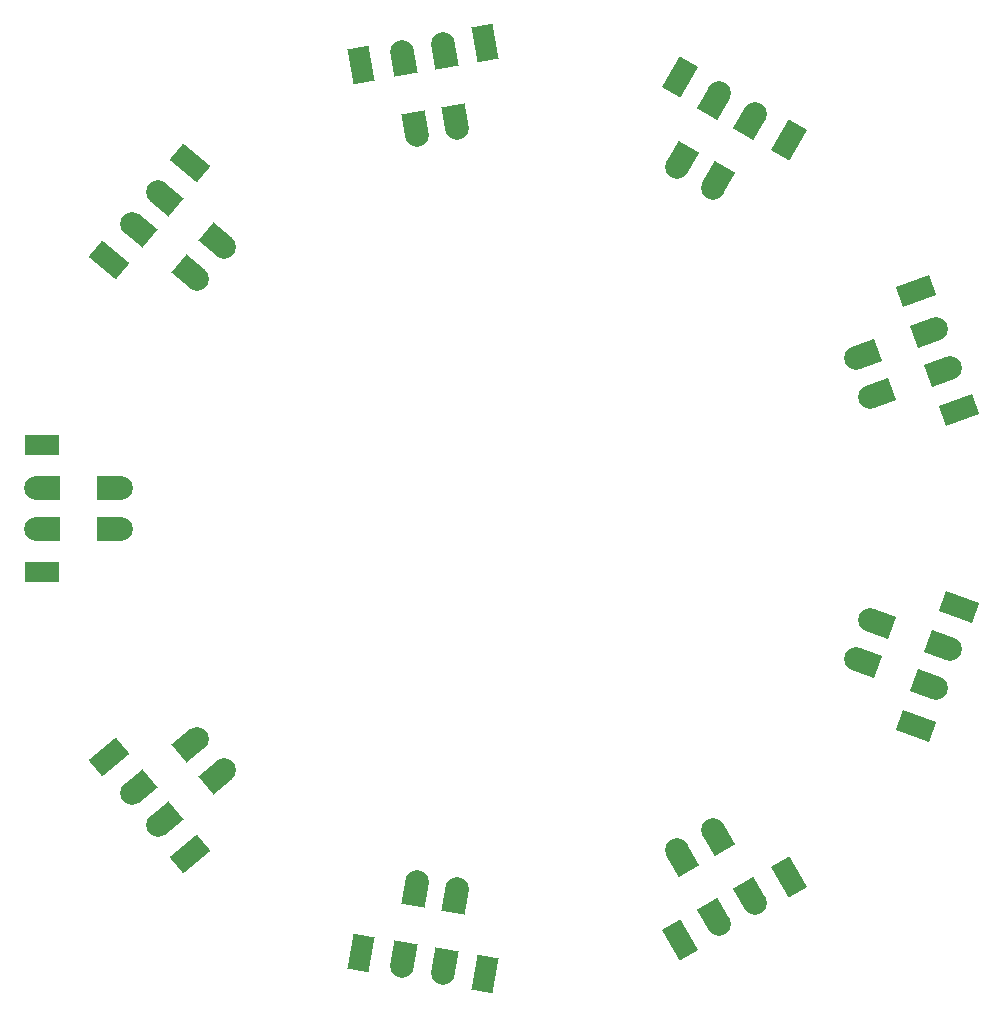
<source format=gbp>
G04*
G04 #@! TF.GenerationSoftware,Altium Limited,Altium Designer,21.7.2 (23)*
G04*
G04 Layer_Color=128*
%FSAX44Y44*%
%MOMM*%
G71*
G04*
G04 #@! TF.SameCoordinates,6A2E0322-7107-4E3D-A325-FA69C079B63E*
G04*
G04*
G04 #@! TF.FilePolarity,Positive*
G04*
G01*
G75*
G04:AMPARAMS|DCode=16|XSize=3mm|YSize=1.8mm|CornerRadius=0mm|HoleSize=0mm|Usage=FLASHONLY|Rotation=160.000|XOffset=0mm|YOffset=0mm|HoleType=Round|Shape=Rectangle|*
%AMROTATEDRECTD16*
4,1,4,1.7174,0.3327,1.1017,-1.3588,-1.7174,-0.3327,-1.1017,1.3588,1.7174,0.3327,0.0*
%
%ADD16ROTATEDRECTD16*%

%ADD17C,2.0000*%
%ADD18P,2.8284X4X205.0*%
G04:AMPARAMS|DCode=19|XSize=3mm|YSize=1.8mm|CornerRadius=0mm|HoleSize=0mm|Usage=FLASHONLY|Rotation=320.000|XOffset=0mm|YOffset=0mm|HoleType=Round|Shape=Rectangle|*
%AMROTATEDRECTD19*
4,1,4,-1.7276,0.2747,-0.5706,1.6536,1.7276,-0.2747,0.5706,-1.6536,-1.7276,0.2747,0.0*
%
%ADD19ROTATEDRECTD19*%

%ADD20P,2.8284X4X365.0*%
%ADD21R,3.0000X1.8000*%
%ADD22R,2.0000X2.0000*%
G04:AMPARAMS|DCode=23|XSize=3mm|YSize=1.8mm|CornerRadius=0mm|HoleSize=0mm|Usage=FLASHONLY|Rotation=40.000|XOffset=0mm|YOffset=0mm|HoleType=Round|Shape=Rectangle|*
%AMROTATEDRECTD23*
4,1,4,-0.5706,-1.6536,-1.7276,-0.2747,0.5706,1.6536,1.7276,0.2747,-0.5706,-1.6536,0.0*
%
%ADD23ROTATEDRECTD23*%

%ADD24P,2.8284X4X85.0*%
G04:AMPARAMS|DCode=25|XSize=3mm|YSize=1.8mm|CornerRadius=0mm|HoleSize=0mm|Usage=FLASHONLY|Rotation=120.000|XOffset=0mm|YOffset=0mm|HoleType=Round|Shape=Rectangle|*
%AMROTATEDRECTD25*
4,1,4,1.5294,-0.8490,-0.0294,-1.7490,-1.5294,0.8490,0.0294,1.7490,1.5294,-0.8490,0.0*
%
%ADD25ROTATEDRECTD25*%

%ADD26P,2.8284X4X165.0*%
G04:AMPARAMS|DCode=27|XSize=3mm|YSize=1.8mm|CornerRadius=0mm|HoleSize=0mm|Usage=FLASHONLY|Rotation=80.000|XOffset=0mm|YOffset=0mm|HoleType=Round|Shape=Rectangle|*
%AMROTATEDRECTD27*
4,1,4,0.6259,-1.6335,-1.1468,-1.3209,-0.6259,1.6335,1.1468,1.3209,0.6259,-1.6335,0.0*
%
%ADD27ROTATEDRECTD27*%

%ADD28P,2.8284X4X125.0*%
G04:AMPARAMS|DCode=29|XSize=3mm|YSize=1.8mm|CornerRadius=0mm|HoleSize=0mm|Usage=FLASHONLY|Rotation=280.000|XOffset=0mm|YOffset=0mm|HoleType=Round|Shape=Rectangle|*
%AMROTATEDRECTD29*
4,1,4,-1.1468,1.3209,0.6259,1.6335,1.1468,-1.3209,-0.6259,-1.6335,-1.1468,1.3209,0.0*
%
%ADD29ROTATEDRECTD29*%

%ADD30P,2.8284X4X325.0*%
G04:AMPARAMS|DCode=31|XSize=3mm|YSize=1.8mm|CornerRadius=0mm|HoleSize=0mm|Usage=FLASHONLY|Rotation=240.000|XOffset=0mm|YOffset=0mm|HoleType=Round|Shape=Rectangle|*
%AMROTATEDRECTD31*
4,1,4,-0.0294,1.7490,1.5294,0.8490,0.0294,-1.7490,-1.5294,-0.8490,-0.0294,1.7490,0.0*
%
%ADD31ROTATEDRECTD31*%

%ADD32P,2.8284X4X285.0*%
G04:AMPARAMS|DCode=33|XSize=3mm|YSize=1.8mm|CornerRadius=0mm|HoleSize=0mm|Usage=FLASHONLY|Rotation=200.000|XOffset=0mm|YOffset=0mm|HoleType=Round|Shape=Rectangle|*
%AMROTATEDRECTD33*
4,1,4,1.1017,1.3588,1.7174,-0.3327,-1.1017,-1.3588,-1.7174,0.3327,1.1017,1.3588,0.0*
%
%ADD33ROTATEDRECTD33*%

%ADD34P,2.8284X4X245.0*%
D16*
X00789122Y00253997D02*
D03*
X00825718Y00354544D02*
D03*
D17*
X00738475Y00310741D02*
D03*
X00750446Y00343630D02*
D03*
X00806133Y00286115D02*
D03*
X00818104Y00319005D02*
D03*
X00203050Y00659669D02*
D03*
X00180553Y00632858D02*
D03*
X00147895Y00705950D02*
D03*
X00125398Y00679138D02*
D03*
X00116000Y00455500D02*
D03*
X00116000Y00420500D02*
D03*
X00044000Y00455500D02*
D03*
X00044000Y00420500D02*
D03*
X00203050Y00216331D02*
D03*
X00180553Y00243142D02*
D03*
X00147895Y00170051D02*
D03*
X00125398Y00196862D02*
D03*
X00617155Y00166158D02*
D03*
X00586845Y00148658D02*
D03*
X00653155Y00103804D02*
D03*
X00622845Y00086304D02*
D03*
X00366504Y00121961D02*
D03*
X00400972Y00115883D02*
D03*
X00354001Y00051055D02*
D03*
X00388469Y00044977D02*
D03*
X00366504Y00754039D02*
D03*
X00400972Y00760117D02*
D03*
X00354001Y00824945D02*
D03*
X00388469Y00831023D02*
D03*
X00617155Y00709842D02*
D03*
X00586845Y00727342D02*
D03*
X00653156Y00772196D02*
D03*
X00622845Y00789696D02*
D03*
X00738475Y00565259D02*
D03*
X00750446Y00532370D02*
D03*
X00806133Y00589884D02*
D03*
X00818104Y00556995D02*
D03*
D18*
X00747872Y00307321D02*
D03*
X00759843Y00340210D02*
D03*
X00796736Y00289536D02*
D03*
X00808707Y00322425D02*
D03*
D19*
X00174866Y00730313D02*
D03*
X00106088Y00648347D02*
D03*
D20*
X00195390Y00666097D02*
D03*
X00172892Y00639285D02*
D03*
X00155556Y00699522D02*
D03*
X00133058Y00672710D02*
D03*
D21*
X00049000Y00491500D02*
D03*
X00049000Y00384500D02*
D03*
D22*
X00106000Y00455500D02*
D03*
X00106000Y00420500D02*
D03*
X00054000Y00455500D02*
D03*
Y00420500D02*
D03*
D23*
X00174866Y00145687D02*
D03*
X00106088Y00227653D02*
D03*
D24*
X00195390Y00209903D02*
D03*
X00172892Y00236715D02*
D03*
X00155556Y00176478D02*
D03*
X00133058Y00203290D02*
D03*
D25*
X00681832Y00126134D02*
D03*
X00589168Y00072634D02*
D03*
D26*
X00622155Y00157498D02*
D03*
X00591845Y00139998D02*
D03*
X00648156Y00112464D02*
D03*
X00617845Y00094964D02*
D03*
D27*
X00319416Y00062230D02*
D03*
X00424791Y00043650D02*
D03*
D28*
X00364767Y00112113D02*
D03*
X00399236Y00106035D02*
D03*
X00355738Y00060903D02*
D03*
X00390206Y00054825D02*
D03*
D29*
X00319416Y00813770D02*
D03*
X00424791Y00832350D02*
D03*
D30*
X00364767Y00763887D02*
D03*
X00399236Y00769965D02*
D03*
X00355738Y00815097D02*
D03*
X00390206Y00821175D02*
D03*
D31*
X00681832Y00749866D02*
D03*
X00589168Y00803366D02*
D03*
D32*
X00622155Y00718502D02*
D03*
X00591845Y00736003D02*
D03*
X00648156Y00763536D02*
D03*
X00617845Y00781036D02*
D03*
D33*
X00789122Y00622003D02*
D03*
X00825718Y00521456D02*
D03*
D34*
X00747872Y00568679D02*
D03*
X00759843Y00535790D02*
D03*
X00796736Y00586464D02*
D03*
X00808707Y00553575D02*
D03*
M02*

</source>
